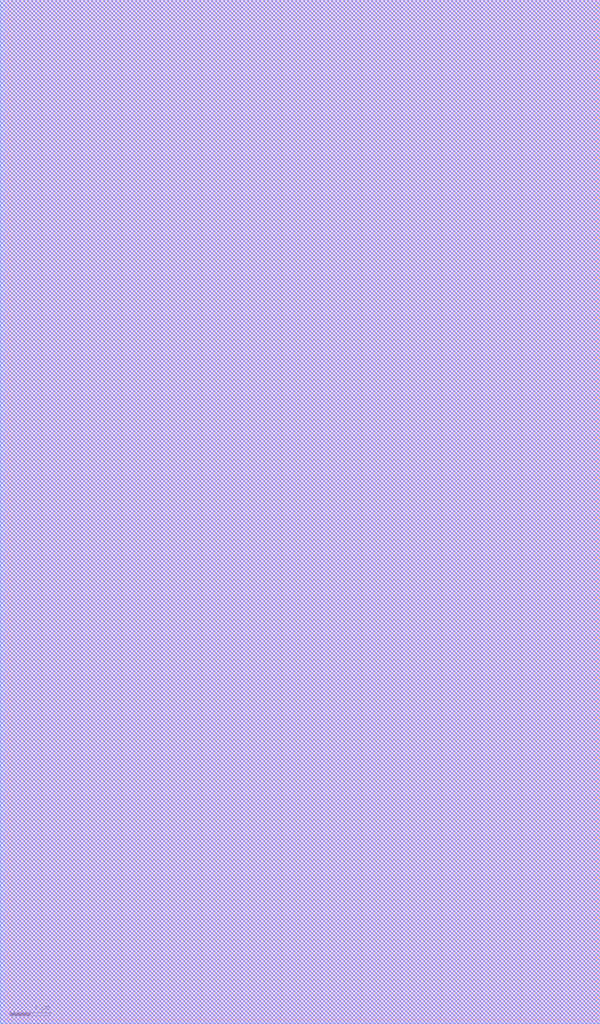
<source format=lef>
###############################################################################
#TSMC Library/IP Product
#Filename: tpb018v_4lm.lef
#Technology: 018
#Product Type: I/O PAD
#Product Name: tpb018v
#Version: 180a
###############################################################################
# 
#STATEMENT OF USE
#
#This information contains confidential and proprietary information of TSMC.
#No part of this information may be reproduced, transmitted, transcribed,
#stored in a retrieval system, or translated into any human or computer
#language, in any form or by any means, electronic, mechanical, magnetic,
#optical, chemical, manual, or otherwise, without the prior written permission
#of TSMC. This information was prepared for informational purpose and is for
#use by TSMC's customers only. TSMC reserves the right to make changes in the
#information at any time and without notice.
# 
###############################################################################

MACRO PAD50LA
    CLASS BLOCK ;
    FOREIGN PAD50LA 0.000 -84.000  ;
    ORIGIN 0.000 84.000 ;
    SIZE 50.000 BY 84.000 ;
    SYMMETRY X Y R90 ;
    OBS
        LAYER METAL1 ;
        RECT  0.000 -84.000 50.000 0.000 ;
        LAYER METAL2 ;
        RECT  0.000 -84.000 50.000 0.000 ;
        LAYER METAL3 ;
        RECT  0.000 -84.000 50.000 0.000 ;
        LAYER METAL4 ;
        RECT  0.000 -84.000 50.000 0.000 ;
    END
END PAD50LA

MACRO PAD50LA_OBV
    CLASS BLOCK ;
    FOREIGN PAD50LA_OBV 0.000 -88.580  ;
    ORIGIN 0.000 88.580 ;
    SIZE 50.000 BY 88.580 ;
    SYMMETRY X Y R90 ;
    OBS
        LAYER METAL1 ;
        RECT  0.000 -88.580 50.000 0.000 ;
        LAYER METAL2 ;
        RECT  0.000 -88.580 50.000 0.000 ;
        LAYER METAL3 ;
        RECT  0.000 -88.580 50.000 0.000 ;
        LAYER METAL4 ;
        RECT  0.000 -88.580 50.000 0.000 ;
    END
END PAD50LA_OBV

MACRO PAD50LAR_OBV
    CLASS BLOCK ;
    FOREIGN PAD50LAR_OBV 0.000 -88.500  ;
    ORIGIN 0.000 88.500 ;
    SIZE 50.000 BY 88.500 ;
    SYMMETRY X Y R90 ;
    OBS
        LAYER METAL1 ;
        RECT  0.000 -88.500 50.000 0.000 ;
        LAYER METAL2 ;
        RECT  0.000 -88.500 50.000 0.000 ;
        LAYER METAL3 ;
        RECT  0.000 -88.500 50.000 0.000 ;
        LAYER METAL4 ;
        RECT  0.000 -88.500 50.000 0.000 ;
    END
END PAD50LAR_OBV

MACRO PAD50LAR_SM
    CLASS BLOCK ;
    FOREIGN PAD50LAR_SM 0.000 -84.000  ;
    ORIGIN 0.000 84.000 ;
    SIZE 50.000 BY 84.000 ;
    SYMMETRY X Y R90 ;
    OBS
        LAYER METAL1 ;
        RECT  0.000 -84.000 50.000 0.000 ;
        LAYER METAL2 ;
        RECT  0.000 -84.000 50.000 0.000 ;
        LAYER METAL3 ;
        RECT  0.000 -84.000 50.000 0.000 ;
        LAYER METAL4 ;
        RECT  0.000 -84.000 50.000 0.000 ;
    END
END PAD50LAR_SM

MACRO PAD50LAR_TRL
    CLASS BLOCK ;
    FOREIGN PAD50LAR_TRL 0.000 -84.000  ;
    ORIGIN 0.000 84.000 ;
    SIZE 50.000 BY 84.000 ;
    SYMMETRY X Y R90 ;
    OBS
        LAYER METAL1 ;
        RECT  0.000 -84.000 50.000 0.000 ;
        LAYER METAL2 ;
        RECT  0.000 -84.000 50.000 0.000 ;
        LAYER METAL3 ;
        RECT  0.000 -84.000 50.000 0.000 ;
        LAYER METAL4 ;
        RECT  0.000 -84.000 50.000 0.000 ;
    END
END PAD50LAR_TRL

MACRO PAD50LA_TRL
    CLASS BLOCK ;
    FOREIGN PAD50LA_TRL 0.000 -84.000  ;
    ORIGIN 0.000 84.000 ;
    SIZE 50.000 BY 84.000 ;
    SYMMETRY X Y R90 ;
    OBS
        LAYER METAL1 ;
        RECT  0.000 -84.000 50.000 0.000 ;
        LAYER METAL2 ;
        RECT  0.000 -84.000 50.000 0.000 ;
        LAYER METAL3 ;
        RECT  0.000 -84.000 50.000 0.000 ;
        LAYER METAL4 ;
        RECT  0.000 -84.000 50.000 0.000 ;
    END
END PAD50LA_TRL

MACRO PAD60L
    CLASS BLOCK ;
    FOREIGN PAD60L 0.000 -102.400  ;
    ORIGIN 0.000 102.400 ;
    SIZE 50.000 BY 102.400 ;
    SYMMETRY X Y R90 ;
    OBS
        LAYER METAL1 ;
        RECT  0.000 -102.400 50.000 0.000 ;
        LAYER METAL2 ;
        RECT  0.000 -102.400 50.000 0.000 ;
        LAYER METAL3 ;
        RECT  0.000 -102.400 50.000 0.000 ;
        LAYER METAL4 ;
        RECT  0.000 -102.400 50.000 0.000 ;
    END
END PAD60L

MACRO PAD60LA
    CLASS BLOCK ;
    FOREIGN PAD60LA 0.000 -99.240  ;
    ORIGIN 0.000 99.240 ;
    SIZE 50.000 BY 99.240 ;
    SYMMETRY X Y R90 ;
    OBS
        LAYER METAL1 ;
        RECT  0.000 -99.240 50.000 0.000 ;
        LAYER METAL2 ;
        RECT  0.000 -99.240 50.000 0.000 ;
        LAYER METAL3 ;
        RECT  0.000 -99.240 50.000 0.000 ;
        LAYER METAL4 ;
        RECT  0.000 -99.240 50.000 0.000 ;
    END
END PAD60LA

MACRO PAD60LA_OBV
    CLASS BLOCK ;
    FOREIGN PAD60LA_OBV 0.000 -74.580  ;
    ORIGIN 0.000 74.580 ;
    SIZE 50.000 BY 74.580 ;
    SYMMETRY X Y R90 ;
    OBS
        LAYER METAL1 ;
        RECT  0.000 -74.580 50.000 0.000 ;
        LAYER METAL2 ;
        RECT  0.000 -74.580 50.000 0.000 ;
        LAYER METAL3 ;
        RECT  0.000 -74.580 50.000 0.000 ;
        LAYER METAL4 ;
        RECT  0.000 -74.580 50.000 0.000 ;
    END
END PAD60LA_OBV

MACRO PAD60LAR_OBV
    CLASS BLOCK ;
    FOREIGN PAD60LAR_OBV 0.000 -74.580  ;
    ORIGIN 0.000 74.580 ;
    SIZE 50.000 BY 74.580 ;
    SYMMETRY X Y R90 ;
    OBS
        LAYER METAL1 ;
        RECT  0.000 -74.580 50.000 0.000 ;
        LAYER METAL2 ;
        RECT  0.000 -74.580 50.000 0.000 ;
        LAYER METAL3 ;
        RECT  0.000 -74.580 50.000 0.000 ;
        LAYER METAL4 ;
        RECT  0.000 -74.580 50.000 0.000 ;
    END
END PAD60LAR_OBV

MACRO PAD60LAR_SM
    CLASS BLOCK ;
    FOREIGN PAD60LAR_SM 0.000 -99.240  ;
    ORIGIN 0.000 99.240 ;
    SIZE 50.000 BY 99.240 ;
    SYMMETRY X Y R90 ;
    OBS
        LAYER METAL1 ;
        RECT  0.000 -99.240 50.000 0.000 ;
        LAYER METAL2 ;
        RECT  0.000 -99.240 50.000 0.000 ;
        LAYER METAL3 ;
        RECT  0.000 -99.240 50.000 0.000 ;
        LAYER METAL4 ;
        RECT  0.000 -99.240 50.000 0.000 ;
    END
END PAD60LAR_SM

MACRO PAD60LAR_TRL
    CLASS BLOCK ;
    FOREIGN PAD60LAR_TRL 0.000 -99.240  ;
    ORIGIN 0.000 99.240 ;
    SIZE 50.000 BY 99.240 ;
    SYMMETRY X Y R90 ;
    OBS
        LAYER METAL1 ;
        RECT  0.000 -99.240 50.000 0.000 ;
        LAYER METAL2 ;
        RECT  0.000 -99.240 50.000 0.000 ;
        LAYER METAL3 ;
        RECT  0.000 -99.240 50.000 0.000 ;
        LAYER METAL4 ;
        RECT  0.000 -99.240 50.000 0.000 ;
    END
END PAD60LAR_TRL

MACRO PAD60LA_TRL
    CLASS BLOCK ;
    FOREIGN PAD60LA_TRL 0.000 -99.240  ;
    ORIGIN 0.000 99.240 ;
    SIZE 50.000 BY 99.240 ;
    SYMMETRY X Y R90 ;
    OBS
        LAYER METAL1 ;
        RECT  0.000 -99.240 50.000 0.000 ;
        LAYER METAL2 ;
        RECT  0.000 -99.240 50.000 0.000 ;
        LAYER METAL3 ;
        RECT  0.000 -99.240 50.000 0.000 ;
        LAYER METAL4 ;
        RECT  0.000 -99.240 50.000 0.000 ;
    END
END PAD60LA_TRL

MACRO PAD60L_OBV
    CLASS BLOCK ;
    FOREIGN PAD60L_OBV 0.000 -74.580  ;
    ORIGIN 0.000 74.580 ;
    SIZE 60.000 BY 74.580 ;
    SYMMETRY X Y R90 ;
    OBS
        LAYER METAL1 ;
        RECT  0.000 -74.580 60.000 0.000 ;
        LAYER METAL2 ;
        RECT  0.000 -74.580 60.000 0.000 ;
        LAYER METAL3 ;
        RECT  0.000 -74.580 60.000 0.000 ;
        LAYER METAL4 ;
        RECT  0.000 -74.580 60.000 0.000 ;
    END
END PAD60L_OBV

MACRO PAD60L_TRL
    CLASS BLOCK ;
    FOREIGN PAD60L_TRL 0.000 -102.400  ;
    ORIGIN 0.000 102.400 ;
    SIZE 60.000 BY 102.400 ;
    SYMMETRY X Y R90 ;
    OBS
        LAYER METAL1 ;
        RECT  0.000 -102.400 60.000 0.000 ;
        LAYER METAL2 ;
        RECT  0.000 -102.400 60.000 0.000 ;
        LAYER METAL3 ;
        RECT  0.000 -102.400 60.000 0.000 ;
        LAYER METAL4 ;
        RECT  0.000 -102.400 60.000 0.000 ;
    END
END PAD60L_TRL

MACRO PAD70L
    CLASS BLOCK ;
    FOREIGN PAD70L 0.000 -72.500  ;
    ORIGIN 0.000 72.500 ;
    SIZE 70.000 BY 72.500 ;
    SYMMETRY X Y R90 ;
    OBS
        LAYER METAL1 ;
        RECT  0.000 -72.500 70.000 0.000 ;
        LAYER METAL2 ;
        RECT  0.000 -72.500 70.000 0.000 ;
        LAYER METAL3 ;
        RECT  0.000 -72.500 70.000 0.000 ;
        LAYER METAL4 ;
        RECT  0.000 -72.500 70.000 0.000 ;
    END
END PAD70L

MACRO PAD70L_OBV
    CLASS BLOCK ;
    FOREIGN PAD70L_OBV 0.000 -74.580  ;
    ORIGIN 0.000 74.580 ;
    SIZE 70.000 BY 74.580 ;
    SYMMETRY X Y R90 ;
    OBS
        LAYER METAL1 ;
        RECT  0.000 -74.580 70.000 0.000 ;
        LAYER METAL2 ;
        RECT  0.000 -74.580 70.000 0.000 ;
        LAYER METAL3 ;
        RECT  0.000 -74.580 70.000 0.000 ;
        LAYER METAL4 ;
        RECT  0.000 -74.580 70.000 0.000 ;
    END
END PAD70L_OBV

MACRO PAD70L_TRL
    CLASS BLOCK ;
    FOREIGN PAD70L_TRL 0.000 -72.500  ;
    ORIGIN 0.000 72.500 ;
    SIZE 70.000 BY 72.500 ;
    SYMMETRY X Y R90 ;
    OBS
        LAYER METAL1 ;
        RECT  0.000 -72.500 70.000 0.000 ;
        LAYER METAL2 ;
        RECT  0.000 -72.500 70.000 0.000 ;
        LAYER METAL3 ;
        RECT  0.000 -72.500 70.000 0.000 ;
        LAYER METAL4 ;
        RECT  0.000 -72.500 70.000 0.000 ;
    END
END PAD70L_TRL

MACRO PAD80L
    CLASS BLOCK ;
    FOREIGN PAD80L 0.000 -72.500  ;
    ORIGIN 0.000 72.500 ;
    SIZE 80.000 BY 72.500 ;
    SYMMETRY X Y R90 ;
    OBS
        LAYER METAL1 ;
        RECT  0.000 -72.500 80.000 0.000 ;
        LAYER METAL2 ;
        RECT  0.000 -72.500 80.000 0.000 ;
        LAYER METAL3 ;
        RECT  0.000 -72.500 80.000 0.000 ;
        LAYER METAL4 ;
        RECT  0.000 -72.500 80.000 0.000 ;
    END
END PAD80L

MACRO PAD80L_OBV
    CLASS BLOCK ;
    FOREIGN PAD80L_OBV 0.000 -74.580  ;
    ORIGIN 0.000 74.580 ;
    SIZE 80.000 BY 74.580 ;
    SYMMETRY X Y R90 ;
    OBS
        LAYER METAL1 ;
        RECT  0.000 -74.580 80.000 0.000 ;
        LAYER METAL2 ;
        RECT  0.000 -74.580 80.000 0.000 ;
        LAYER METAL3 ;
        RECT  0.000 -74.580 80.000 0.000 ;
        LAYER METAL4 ;
        RECT  0.000 -74.580 80.000 0.000 ;
    END
END PAD80L_OBV

MACRO PAD80L_TRL
    CLASS BLOCK ;
    FOREIGN PAD80L_TRL 0.000 -72.500  ;
    ORIGIN 0.000 72.500 ;
    SIZE 80.000 BY 72.500 ;
    SYMMETRY X Y R90 ;
    OBS
        LAYER METAL1 ;
        RECT  0.000 -72.500 80.000 0.000 ;
        LAYER METAL2 ;
        RECT  0.000 -72.500 80.000 0.000 ;
        LAYER METAL3 ;
        RECT  0.000 -72.500 80.000 0.000 ;
        LAYER METAL4 ;
        RECT  0.000 -72.500 80.000 0.000 ;
    END
END PAD80L_TRL

END LIBRARY

</source>
